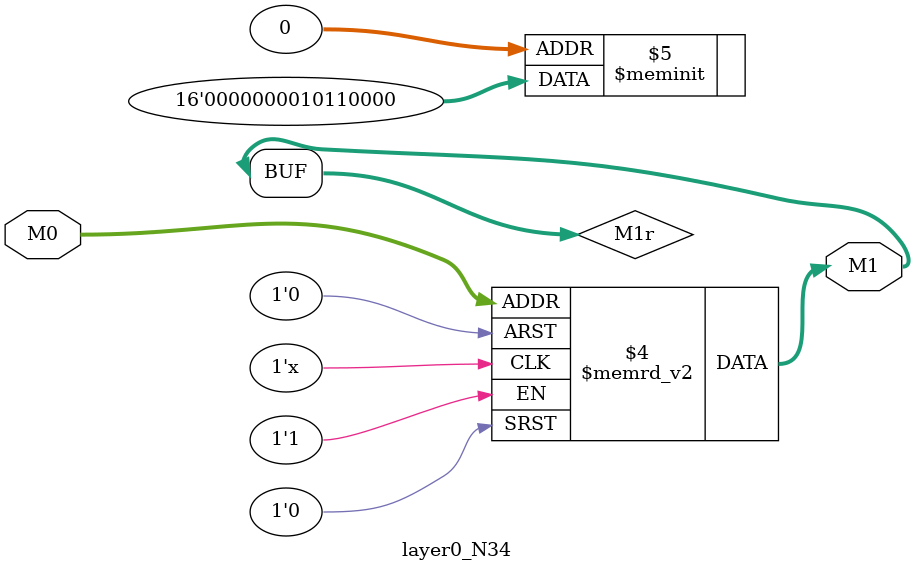
<source format=v>
module layer0_N34 ( input [2:0] M0, output [1:0] M1 );

	(*rom_style = "distributed" *) reg [1:0] M1r;
	assign M1 = M1r;
	always @ (M0) begin
		case (M0)
			3'b000: M1r = 2'b00;
			3'b100: M1r = 2'b00;
			3'b010: M1r = 2'b11;
			3'b110: M1r = 2'b00;
			3'b001: M1r = 2'b00;
			3'b101: M1r = 2'b00;
			3'b011: M1r = 2'b10;
			3'b111: M1r = 2'b00;

		endcase
	end
endmodule

</source>
